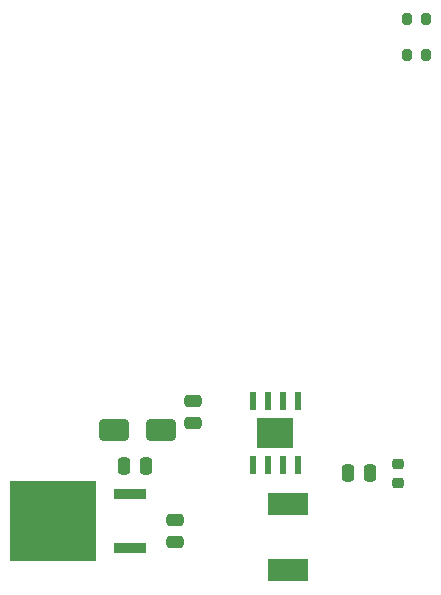
<source format=gbr>
%TF.GenerationSoftware,KiCad,Pcbnew,8.0.5*%
%TF.CreationDate,2024-09-29T17:29:23+02:00*%
%TF.ProjectId,Leiterkarte-v2,4c656974-6572-46b6-9172-74652d76322e,rev?*%
%TF.SameCoordinates,Original*%
%TF.FileFunction,Paste,Bot*%
%TF.FilePolarity,Positive*%
%FSLAX46Y46*%
G04 Gerber Fmt 4.6, Leading zero omitted, Abs format (unit mm)*
G04 Created by KiCad (PCBNEW 8.0.5) date 2024-09-29 17:29:23*
%MOMM*%
%LPD*%
G01*
G04 APERTURE LIST*
G04 Aperture macros list*
%AMRoundRect*
0 Rectangle with rounded corners*
0 $1 Rounding radius*
0 $2 $3 $4 $5 $6 $7 $8 $9 X,Y pos of 4 corners*
0 Add a 4 corners polygon primitive as box body*
4,1,4,$2,$3,$4,$5,$6,$7,$8,$9,$2,$3,0*
0 Add four circle primitives for the rounded corners*
1,1,$1+$1,$2,$3*
1,1,$1+$1,$4,$5*
1,1,$1+$1,$6,$7*
1,1,$1+$1,$8,$9*
0 Add four rect primitives between the rounded corners*
20,1,$1+$1,$2,$3,$4,$5,0*
20,1,$1+$1,$4,$5,$6,$7,0*
20,1,$1+$1,$6,$7,$8,$9,0*
20,1,$1+$1,$8,$9,$2,$3,0*%
G04 Aperture macros list end*
%ADD10RoundRect,0.250000X0.250000X0.475000X-0.250000X0.475000X-0.250000X-0.475000X0.250000X-0.475000X0*%
%ADD11R,2.794000X0.939800*%
%ADD12R,7.239000X6.832600*%
%ADD13RoundRect,0.250000X0.475000X-0.250000X0.475000X0.250000X-0.475000X0.250000X-0.475000X-0.250000X0*%
%ADD14RoundRect,0.250000X1.000000X0.650000X-1.000000X0.650000X-1.000000X-0.650000X1.000000X-0.650000X0*%
%ADD15RoundRect,0.218750X0.256250X-0.218750X0.256250X0.218750X-0.256250X0.218750X-0.256250X-0.218750X0*%
%ADD16RoundRect,0.200000X-0.200000X-0.275000X0.200000X-0.275000X0.200000X0.275000X-0.200000X0.275000X0*%
%ADD17R,3.400000X1.850000*%
%ADD18R,0.600000X1.550000*%
%ADD19R,3.100000X2.600000*%
G04 APERTURE END LIST*
D10*
%TO.C,Cout1*%
X157850000Y-116200000D03*
X155950000Y-116200000D03*
%TD*%
D11*
%TO.C,3.3V1*%
X156515100Y-118509999D03*
D12*
X150000000Y-120800000D03*
D11*
X156515100Y-123090001D03*
%TD*%
D13*
%TO.C,Cboot1*%
X161800000Y-112550000D03*
X161800000Y-110650000D03*
%TD*%
D10*
%TO.C,Cin1*%
X176850000Y-116800000D03*
X174950000Y-116800000D03*
%TD*%
D14*
%TO.C,D1*%
X159100000Y-113100000D03*
X155100000Y-113100000D03*
%TD*%
D13*
%TO.C,Cin2*%
X160300000Y-122650000D03*
X160300000Y-120750000D03*
%TD*%
D15*
%TO.C,F1*%
X179200000Y-117587500D03*
X179200000Y-116012500D03*
%TD*%
D16*
%TO.C,Rusb1*%
X179925000Y-81350000D03*
X181575000Y-81350000D03*
%TD*%
D17*
%TO.C,L1*%
X169900000Y-119425000D03*
X169900000Y-124975000D03*
%TD*%
D16*
%TO.C,Rusb2*%
X179925000Y-78350000D03*
X181575000Y-78350000D03*
%TD*%
D18*
%TO.C,5V1*%
X166895000Y-110700000D03*
X168165000Y-110700000D03*
X169435000Y-110700000D03*
X170705000Y-110700000D03*
X170705000Y-116100000D03*
X169435000Y-116100000D03*
X168165000Y-116100000D03*
X166895000Y-116100000D03*
D19*
X168800000Y-113400000D03*
%TD*%
M02*

</source>
